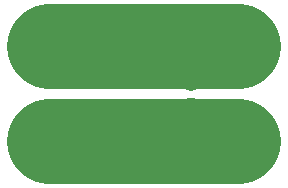
<source format=gbl>
%TF.GenerationSoftware,KiCad,Pcbnew,4.0.5-e0-6337~49~ubuntu16.04.1*%
%TF.CreationDate,2017-01-18T01:13:13-08:00*%
%TF.ProjectId,2x3-Generic-2.54mm-Pitch-Magnet,3278332D47656E657269632D322E3534,1.0*%
%TF.FileFunction,Copper,L2,Bot,Signal*%
%FSLAX46Y46*%
G04 Gerber Fmt 4.6, Leading zero omitted, Abs format (unit mm)*
G04 Created by KiCad (PCBNEW 4.0.5-e0-6337~49~ubuntu16.04.1) date Wed Jan 18 01:13:13 2017*
%MOMM*%
%LPD*%
G01*
G04 APERTURE LIST*
%ADD10C,0.350000*%
%ADD11C,7.200000*%
%ADD12C,2.000000*%
%ADD13C,1.900000*%
%ADD14C,6.000000*%
%ADD15C,0.350000*%
G04 APERTURE END LIST*
D10*
D11*
X151891000Y-93854000D02*
X135891000Y-93854000D01*
X151891000Y-101854000D02*
X135891000Y-101854000D01*
D12*
X147891000Y-96624000D03*
D13*
X147891000Y-99164000D03*
D14*
X135891000Y-101854000D03*
X135891000Y-93854000D03*
X151891000Y-93854000D03*
X151891000Y-101854000D03*
X143891000Y-93854000D03*
X143891000Y-101854000D03*
D15*
X147891000Y-96624000D03*
X147891000Y-99164000D03*
X135891000Y-101854000D03*
X135891000Y-93854000D03*
X151891000Y-93854000D03*
X151891000Y-101854000D03*
X143891000Y-93854000D03*
X143891000Y-101854000D03*
M02*

</source>
